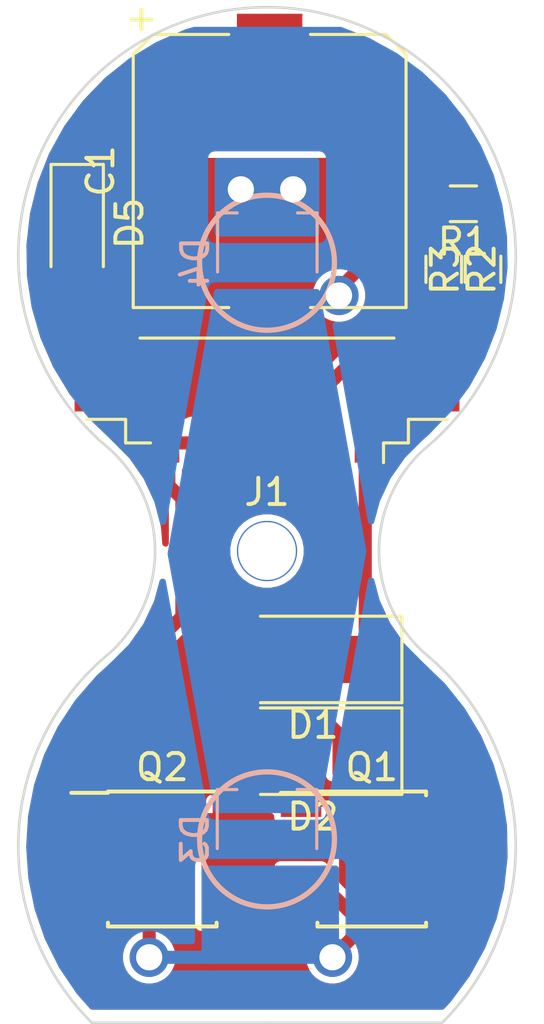
<source format=kicad_pcb>
(kicad_pcb (version 20171130) (host pcbnew "(6.0.0-rc1-dev-600-g9fbc308d1)")

  (general
    (thickness 1.6)
    (drawings 9)
    (tracks 70)
    (zones 0)
    (modules 12)
    (nets 12)
  )

  (page A4)
  (layers
    (0 F.Cu signal)
    (31 B.Cu signal)
    (32 B.Adhes user)
    (33 F.Adhes user)
    (34 B.Paste user)
    (35 F.Paste user)
    (36 B.SilkS user)
    (37 F.SilkS user)
    (38 B.Mask user)
    (39 F.Mask user)
    (40 Dwgs.User user)
    (41 Cmts.User user)
    (42 Eco1.User user)
    (43 Eco2.User user)
    (44 Edge.Cuts user)
    (45 Margin user)
    (46 B.CrtYd user)
    (47 F.CrtYd user)
    (48 B.Fab user)
    (49 F.Fab user)
  )

  (setup
    (last_trace_width 0.25)
    (user_trace_width 0.25)
    (user_trace_width 0.5)
    (user_trace_width 1)
    (trace_clearance 0.2)
    (zone_clearance 0.25)
    (zone_45_only no)
    (trace_min 0.25)
    (via_size 0.8)
    (via_drill 0.4)
    (via_min_size 0.4)
    (via_min_drill 0.3)
    (user_via 1.5 1)
    (uvia_size 0.3)
    (uvia_drill 0.1)
    (uvias_allowed no)
    (uvia_min_size 0.2)
    (uvia_min_drill 0.1)
    (edge_width 0.1)
    (segment_width 0.15)
    (pcb_text_width 0.3)
    (pcb_text_size 1.5 1.5)
    (mod_edge_width 0.15)
    (mod_text_size 1 1)
    (mod_text_width 0.15)
    (pad_size 0.5 0.9)
    (pad_drill 0)
    (pad_to_mask_clearance 0)
    (solder_mask_min_width 0.25)
    (aux_axis_origin 148.5011 105.0036)
    (grid_origin 148.5011 105.0036)
    (visible_elements FFFFFF7F)
    (pcbplotparams
      (layerselection 0x3ffff_ffffffff)
      (usegerberextensions true)
      (usegerberattributes false)
      (usegerberadvancedattributes false)
      (creategerberjobfile false)
      (excludeedgelayer true)
      (linewidth 0.100000)
      (plotframeref false)
      (viasonmask false)
      (mode 1)
      (useauxorigin true)
      (hpglpennumber 1)
      (hpglpenspeed 20)
      (hpglpendiameter 15.000000)
      (psnegative false)
      (psa4output false)
      (plotreference true)
      (plotvalue true)
      (plotinvisibletext false)
      (padsonsilk false)
      (subtractmaskfromsilk false)
      (outputformat 1)
      (mirror false)
      (drillshape 0)
      (scaleselection 1)
      (outputdirectory "gerber"))
  )

  (net 0 "")
  (net 1 /Radiator_1)
  (net 2 "Net-(D3-Pad1)")
  (net 3 /Radiator_2)
  (net 4 "Net-(D1-Pad2)")
  (net 5 /AC+)
  (net 6 /AC-)
  (net 7 GND)
  (net 8 +6V)
  (net 9 "Net-(C1-Pad1)")
  (net 10 "Net-(D5-Pad1)")
  (net 11 /LED_MIDDLE)

  (net_class Default "This is the default net class."
    (clearance 0.2)
    (trace_width 0.25)
    (via_dia 0.8)
    (via_drill 0.4)
    (uvia_dia 0.3)
    (uvia_drill 0.1)
    (add_net +6V)
    (add_net /AC+)
    (add_net /AC-)
    (add_net /LED_MIDDLE)
    (add_net /Radiator_1)
    (add_net /Radiator_2)
    (add_net GND)
    (add_net "Net-(C1-Pad1)")
    (add_net "Net-(D1-Pad2)")
    (add_net "Net-(D3-Pad1)")
    (add_net "Net-(D5-Pad1)")
  )

  (module Capacitors_SMD:CP_Elec_10x10.5 (layer F.Cu) (tedit 58AA917F) (tstamp 5B926CF4)
    (at 148.6011 90.5036 270)
    (descr "SMT capacitor, aluminium electrolytic, 10x10.5")
    (path /5B2393E4)
    (attr smd)
    (fp_text reference C1 (at 0 6.46 270) (layer F.SilkS)
      (effects (font (size 1 1) (thickness 0.15)))
    )
    (fp_text value CP1 (at 0 -6.46 270) (layer F.Fab)
      (effects (font (size 1 1) (thickness 0.15)))
    )
    (fp_line (start 6.25 5.3) (end -6.25 5.3) (layer F.CrtYd) (width 0.05))
    (fp_line (start 6.25 5.3) (end 6.25 -5.31) (layer F.CrtYd) (width 0.05))
    (fp_line (start -6.25 -5.31) (end -6.25 5.3) (layer F.CrtYd) (width 0.05))
    (fp_line (start -6.25 -5.31) (end 6.25 -5.31) (layer F.CrtYd) (width 0.05))
    (fp_line (start -4.45 -5.21) (end 5.21 -5.21) (layer F.SilkS) (width 0.12))
    (fp_line (start -5.21 -4.45) (end -4.45 -5.21) (layer F.SilkS) (width 0.12))
    (fp_line (start -4.45 5.21) (end -5.21 4.45) (layer F.SilkS) (width 0.12))
    (fp_line (start 5.21 5.21) (end -4.45 5.21) (layer F.SilkS) (width 0.12))
    (fp_line (start 5.05 -5.05) (end -4.38 -5.05) (layer F.Fab) (width 0.1))
    (fp_line (start -4.38 -5.05) (end -5.05 -4.38) (layer F.Fab) (width 0.1))
    (fp_line (start -5.05 -4.38) (end -5.05 4.38) (layer F.Fab) (width 0.1))
    (fp_line (start -5.05 4.38) (end -4.38 5.05) (layer F.Fab) (width 0.1))
    (fp_line (start -4.38 5.05) (end 5.05 5.05) (layer F.Fab) (width 0.1))
    (fp_line (start 5.05 5.05) (end 5.05 -5.05) (layer F.Fab) (width 0.1))
    (fp_line (start 5.21 -5.21) (end 5.21 -1.56) (layer F.SilkS) (width 0.12))
    (fp_line (start 5.21 5.21) (end 5.21 1.56) (layer F.SilkS) (width 0.12))
    (fp_line (start -5.21 4.45) (end -5.21 1.56) (layer F.SilkS) (width 0.12))
    (fp_line (start -5.21 -4.45) (end -5.21 -1.56) (layer F.SilkS) (width 0.12))
    (fp_text user %R (at 0 6.46 270) (layer F.Fab)
      (effects (font (size 1 1) (thickness 0.15)))
    )
    (fp_text user + (at -5.78 4.97 270) (layer F.SilkS)
      (effects (font (size 1 1) (thickness 0.15)))
    )
    (fp_text user + (at -2.91 -0.08 270) (layer F.Fab)
      (effects (font (size 1 1) (thickness 0.15)))
    )
    (fp_circle (center 0 0) (end 0 5) (layer F.Fab) (width 0.1))
    (pad 2 smd rect (at 4 0 90) (size 4 2.5) (layers F.Cu F.Paste F.Mask)
      (net 7 GND))
    (pad 1 smd rect (at -4 0 90) (size 4 2.5) (layers F.Cu F.Paste F.Mask)
      (net 9 "Net-(C1-Pad1)"))
    (model ${KISYS3DMOD}/Capacitor_SMD.3dshapes/CP_Elec_10x10.5.step
      (at (xyz 0 0 0))
      (scale (xyz 1 1 1))
      (rotate (xyz 0 0 0))
    )
  )

  (module Diodes_SMD:D_SOD-123 (layer F.Cu) (tedit 58645DC7) (tstamp 5B704741)
    (at 141.2511 92.5036 270)
    (descr SOD-123)
    (tags SOD-123)
    (path /5B713180)
    (attr smd)
    (fp_text reference D5 (at 0 -2 270) (layer F.SilkS)
      (effects (font (size 1 1) (thickness 0.15)))
    )
    (fp_text value D_Schottky (at 0 2.1 270) (layer F.Fab)
      (effects (font (size 1 1) (thickness 0.15)))
    )
    (fp_text user %R (at 0 -2.000001 270) (layer F.Fab)
      (effects (font (size 1 1) (thickness 0.15)))
    )
    (fp_line (start -2.25 -1) (end -2.25 1) (layer F.SilkS) (width 0.12))
    (fp_line (start 0.25 0) (end 0.75 0) (layer F.Fab) (width 0.1))
    (fp_line (start 0.25 0.4) (end -0.349999 0) (layer F.Fab) (width 0.1))
    (fp_line (start 0.25 -0.4) (end 0.25 0.4) (layer F.Fab) (width 0.1))
    (fp_line (start -0.349999 0) (end 0.25 -0.4) (layer F.Fab) (width 0.1))
    (fp_line (start -0.349999 0) (end -0.35 0.55) (layer F.Fab) (width 0.1))
    (fp_line (start -0.349999 0) (end -0.35 -0.55) (layer F.Fab) (width 0.1))
    (fp_line (start -0.75 0) (end -0.349999 0) (layer F.Fab) (width 0.1))
    (fp_line (start -1.4 0.900001) (end -1.4 -0.900001) (layer F.Fab) (width 0.1))
    (fp_line (start 1.4 0.900001) (end -1.4 0.900001) (layer F.Fab) (width 0.1))
    (fp_line (start 1.4 -0.900001) (end 1.4 0.900001) (layer F.Fab) (width 0.1))
    (fp_line (start -1.4 -0.900001) (end 1.4 -0.900001) (layer F.Fab) (width 0.1))
    (fp_line (start -2.35 -1.15) (end 2.35 -1.15) (layer F.CrtYd) (width 0.05))
    (fp_line (start 2.35 -1.15) (end 2.35 1.15) (layer F.CrtYd) (width 0.05))
    (fp_line (start 2.35 1.15) (end -2.35 1.15) (layer F.CrtYd) (width 0.05))
    (fp_line (start -2.35 -1.15) (end -2.35 1.15) (layer F.CrtYd) (width 0.05))
    (fp_line (start -2.25 1) (end 1.65 1) (layer F.SilkS) (width 0.12))
    (fp_line (start -2.25 -1) (end 1.65 -1) (layer F.SilkS) (width 0.12))
    (pad 1 smd rect (at -1.65 0 270) (size 0.9 1.2) (layers F.Cu F.Paste F.Mask)
      (net 10 "Net-(D5-Pad1)"))
    (pad 2 smd rect (at 1.65 0 270) (size 0.9 1.2) (layers F.Cu F.Paste F.Mask)
      (net 8 +6V))
    (model ${KISYS3DMOD}/Diode_SMD.3dshapes/D_SOD-123.step
      (at (xyz 0 0 0))
      (scale (xyz 1 1 1))
      (rotate (xyz 0 0 0))
    )
  )

  (module Resistors_SMD:R_0603 (layer F.Cu) (tedit 58E0A804) (tstamp 5B704637)
    (at 156.0011 91.7536 180)
    (descr "Resistor SMD 0603, reflow soldering, Vishay (see dcrcw.pdf)")
    (tags "resistor 0603")
    (path /5B71302F)
    (attr smd)
    (fp_text reference R1 (at 0 -1.45 180) (layer F.SilkS)
      (effects (font (size 1 1) (thickness 0.15)))
    )
    (fp_text value 39 (at 0 1.5 180) (layer F.Fab)
      (effects (font (size 1 1) (thickness 0.15)))
    )
    (fp_text user %R (at 0 0 180) (layer F.Fab)
      (effects (font (size 0.4 0.4) (thickness 0.075)))
    )
    (fp_line (start -0.8 0.4) (end -0.8 -0.4) (layer F.Fab) (width 0.1))
    (fp_line (start 0.8 0.4) (end -0.8 0.4) (layer F.Fab) (width 0.1))
    (fp_line (start 0.8 -0.4) (end 0.8 0.4) (layer F.Fab) (width 0.1))
    (fp_line (start -0.8 -0.4) (end 0.8 -0.4) (layer F.Fab) (width 0.1))
    (fp_line (start 0.5 0.68) (end -0.5 0.68) (layer F.SilkS) (width 0.12))
    (fp_line (start -0.5 -0.68) (end 0.5 -0.68) (layer F.SilkS) (width 0.12))
    (fp_line (start -1.25 -0.7) (end 1.25 -0.7) (layer F.CrtYd) (width 0.05))
    (fp_line (start -1.25 -0.7) (end -1.25 0.7) (layer F.CrtYd) (width 0.05))
    (fp_line (start 1.25 0.7) (end 1.25 -0.7) (layer F.CrtYd) (width 0.05))
    (fp_line (start 1.25 0.7) (end -1.25 0.7) (layer F.CrtYd) (width 0.05))
    (pad 1 smd rect (at -0.75 0 180) (size 0.5 0.9) (layers F.Cu F.Paste F.Mask)
      (net 9 "Net-(C1-Pad1)"))
    (pad 2 smd rect (at 0.75 0 180) (size 0.5 0.9) (layers F.Cu F.Paste F.Mask)
      (net 2 "Net-(D3-Pad1)"))
    (model ${KISYS3DMOD}/Resistor_SMD.3dshapes/R_0603_1608Metric.step
      (at (xyz 0 0 0))
      (scale (xyz 1 1 1))
      (rotate (xyz 0 0 0))
    )
  )

  (module Resistors_SMD:R_0603 (layer F.Cu) (tedit 58E0A804) (tstamp 5B704648)
    (at 155.2511 94.2536 270)
    (descr "Resistor SMD 0603, reflow soldering, Vishay (see dcrcw.pdf)")
    (tags "resistor 0603")
    (path /5B7130EC)
    (attr smd)
    (fp_text reference R2 (at 0 -1.45 270) (layer F.SilkS)
      (effects (font (size 1 1) (thickness 0.15)))
    )
    (fp_text value 22 (at 0 1.5 270) (layer F.Fab)
      (effects (font (size 1 1) (thickness 0.15)))
    )
    (fp_line (start 1.25 0.7) (end -1.25 0.7) (layer F.CrtYd) (width 0.05))
    (fp_line (start 1.25 0.7) (end 1.25 -0.7) (layer F.CrtYd) (width 0.05))
    (fp_line (start -1.25 -0.7) (end -1.25 0.7) (layer F.CrtYd) (width 0.05))
    (fp_line (start -1.25 -0.7) (end 1.25 -0.7) (layer F.CrtYd) (width 0.05))
    (fp_line (start -0.5 -0.68) (end 0.5 -0.68) (layer F.SilkS) (width 0.12))
    (fp_line (start 0.5 0.68) (end -0.5 0.68) (layer F.SilkS) (width 0.12))
    (fp_line (start -0.8 -0.4) (end 0.8 -0.4) (layer F.Fab) (width 0.1))
    (fp_line (start 0.8 -0.4) (end 0.8 0.4) (layer F.Fab) (width 0.1))
    (fp_line (start 0.8 0.4) (end -0.8 0.4) (layer F.Fab) (width 0.1))
    (fp_line (start -0.8 0.4) (end -0.8 -0.4) (layer F.Fab) (width 0.1))
    (fp_text user %R (at 0 0 270) (layer F.Fab)
      (effects (font (size 0.4 0.4) (thickness 0.075)))
    )
    (pad 2 smd rect (at 0.75 0 270) (size 0.5 0.9) (layers F.Cu F.Paste F.Mask)
      (net 10 "Net-(D5-Pad1)"))
    (pad 1 smd rect (at -0.75 0 270) (size 0.5 0.9) (layers F.Cu F.Paste F.Mask)
      (net 9 "Net-(C1-Pad1)"))
    (model ${KISYS3DMOD}/Resistor_SMD.3dshapes/R_0603_1608Metric.step
      (at (xyz 0 0 0))
      (scale (xyz 1 1 1))
      (rotate (xyz 0 0 0))
    )
  )

  (module Resistors_SMD:R_0603 (layer F.Cu) (tedit 58E0A804) (tstamp 5B71BDD4)
    (at 156.7511 94.2536 90)
    (descr "Resistor SMD 0603, reflow soldering, Vishay (see dcrcw.pdf)")
    (tags "resistor 0603")
    (path /5B71FA36)
    (attr smd)
    (fp_text reference R3 (at 0 -1.45 90) (layer F.SilkS)
      (effects (font (size 1 1) (thickness 0.15)))
    )
    (fp_text value 220 (at 0 1.5 90) (layer F.Fab)
      (effects (font (size 1 1) (thickness 0.15)))
    )
    (fp_text user %R (at 0 0 90) (layer F.Fab)
      (effects (font (size 0.4 0.4) (thickness 0.075)))
    )
    (fp_line (start -0.8 0.4) (end -0.8 -0.4) (layer F.Fab) (width 0.1))
    (fp_line (start 0.8 0.4) (end -0.8 0.4) (layer F.Fab) (width 0.1))
    (fp_line (start 0.8 -0.4) (end 0.8 0.4) (layer F.Fab) (width 0.1))
    (fp_line (start -0.8 -0.4) (end 0.8 -0.4) (layer F.Fab) (width 0.1))
    (fp_line (start 0.5 0.68) (end -0.5 0.68) (layer F.SilkS) (width 0.12))
    (fp_line (start -0.5 -0.68) (end 0.5 -0.68) (layer F.SilkS) (width 0.12))
    (fp_line (start -1.25 -0.7) (end 1.25 -0.7) (layer F.CrtYd) (width 0.05))
    (fp_line (start -1.25 -0.7) (end -1.25 0.7) (layer F.CrtYd) (width 0.05))
    (fp_line (start 1.25 0.7) (end 1.25 -0.7) (layer F.CrtYd) (width 0.05))
    (fp_line (start 1.25 0.7) (end -1.25 0.7) (layer F.CrtYd) (width 0.05))
    (pad 1 smd rect (at -0.75 0 90) (size 0.5 0.9) (layers F.Cu F.Paste F.Mask)
      (net 11 /LED_MIDDLE))
    (pad 2 smd rect (at 0.75 0 90) (size 0.5 0.9) (layers F.Cu F.Paste F.Mask)
      (net 9 "Net-(C1-Pad1)"))
    (model ${KISYS3DMOD}/Resistor_SMD.3dshapes/R_0603_1608Metric.step
      (at (xyz 0 0 0))
      (scale (xyz 1 1 1))
      (rotate (xyz 0 0 0))
    )
  )

  (module Connectors_Molex:Molex_PicoBlade_53398-0771_07x1.25mm_Straight (layer F.Cu) (tedit 58A3B79E) (tstamp 5B71C953)
    (at 148.5011 99.5036 180)
    (descr "Molex PicoBlade, single row, top entry type, surface mount, PN:53398-0771")
    (tags "connector molex picoblade smt")
    (path /5B727C8E)
    (attr smd)
    (fp_text reference J1 (at 0 -3.25 180) (layer F.SilkS)
      (effects (font (size 1 1) (thickness 0.15)))
    )
    (fp_text value Conn_01x07_Male (at 0 4.25 180) (layer F.Fab)
      (effects (font (size 1 1) (thickness 0.15)))
    )
    (fp_text user %R (at 0 1.5 180) (layer F.Fab)
      (effects (font (size 1 1) (thickness 0.15)))
    )
    (fp_line (start -7.9 3.5) (end 0 3.5) (layer F.CrtYd) (width 0.05))
    (fp_line (start -7.9 -0.9) (end -7.9 3.5) (layer F.CrtYd) (width 0.05))
    (fp_line (start -5.8 -0.9) (end -7.9 -0.9) (layer F.CrtYd) (width 0.05))
    (fp_line (start -5.8 -2.7) (end -5.8 -0.9) (layer F.CrtYd) (width 0.05))
    (fp_line (start 0 -2.7) (end -5.8 -2.7) (layer F.CrtYd) (width 0.05))
    (fp_line (start 7.9 3.5) (end 0 3.5) (layer F.CrtYd) (width 0.05))
    (fp_line (start 7.9 -0.9) (end 7.9 3.5) (layer F.CrtYd) (width 0.05))
    (fp_line (start 5.8 -0.9) (end 7.9 -0.9) (layer F.CrtYd) (width 0.05))
    (fp_line (start 5.8 -2.7) (end 5.8 -0.9) (layer F.CrtYd) (width 0.05))
    (fp_line (start 0 -2.7) (end 5.8 -2.7) (layer F.CrtYd) (width 0.05))
    (fp_line (start -3.35 -1.225) (end -4.15 -1.225) (layer F.Fab) (width 0.1))
    (fp_line (start -3.75 -0.425) (end -3.35 -1.225) (layer F.Fab) (width 0.1))
    (fp_line (start -4.15 -1.225) (end -3.75 -0.425) (layer F.Fab) (width 0.1))
    (fp_line (start -4.45 -1.375) (end -4.45 -2.125) (layer F.SilkS) (width 0.12))
    (fp_line (start -4.85 2.625) (end 4.85 2.625) (layer F.SilkS) (width 0.12))
    (fp_line (start -5.4 -0.475) (end -6.9 -0.475) (layer F.SilkS) (width 0.12))
    (fp_line (start -5.4 -1.375) (end -5.4 -0.475) (layer F.SilkS) (width 0.12))
    (fp_line (start -4.45 -1.375) (end -5.4 -1.375) (layer F.SilkS) (width 0.12))
    (fp_line (start 5.4 -0.475) (end 6.9 -0.475) (layer F.SilkS) (width 0.12))
    (fp_line (start 5.4 -1.375) (end 5.4 -0.475) (layer F.SilkS) (width 0.12))
    (fp_line (start 4.45 -1.375) (end 5.4 -1.375) (layer F.SilkS) (width 0.12))
    (fp_line (start -6.75 -0.325) (end -5.25 -0.325) (layer F.Fab) (width 0.1))
    (fp_line (start -6.75 2.475) (end -6.75 -0.325) (layer F.Fab) (width 0.1))
    (fp_line (start -5.25 2.475) (end -6.75 2.475) (layer F.Fab) (width 0.1))
    (fp_line (start 6.75 -0.325) (end 5.25 -0.325) (layer F.Fab) (width 0.1))
    (fp_line (start 6.75 2.475) (end 6.75 -0.325) (layer F.Fab) (width 0.1))
    (fp_line (start 5.25 2.475) (end 6.75 2.475) (layer F.Fab) (width 0.1))
    (fp_line (start 5.25 -1.225) (end -5.25 -1.225) (layer F.Fab) (width 0.1))
    (fp_line (start 5.25 2.475) (end 5.25 -1.225) (layer F.Fab) (width 0.1))
    (fp_line (start -5.25 2.475) (end 5.25 2.475) (layer F.Fab) (width 0.1))
    (fp_line (start -5.25 -1.225) (end -5.25 2.475) (layer F.Fab) (width 0.1))
    (pad "" smd rect (at 6.25 1.375 180) (size 2.2 3.1) (layers F.Cu F.Paste F.Mask))
    (pad "" smd rect (at -6.25 1.375 180) (size 2.2 3.1) (layers F.Cu F.Paste F.Mask))
    (pad 7 smd rect (at 3.75 -1.375 180) (size 0.8 1.5) (layers F.Cu F.Paste F.Mask)
      (net 8 +6V))
    (pad 6 smd rect (at 2.5 -1.375 180) (size 0.8 1.5) (layers F.Cu F.Paste F.Mask)
      (net 8 +6V))
    (pad 5 smd rect (at 1.25 -1.375 180) (size 0.8 1.5) (layers F.Cu F.Paste F.Mask)
      (net 7 GND))
    (pad 4 smd rect (at 0 -1.375 180) (size 0.8 1.5) (layers F.Cu F.Paste F.Mask)
      (net 7 GND))
    (pad 3 smd rect (at -1.25 -1.375 180) (size 0.8 1.5) (layers F.Cu F.Paste F.Mask)
      (net 11 /LED_MIDDLE))
    (pad 2 smd rect (at -2.5 -1.375 180) (size 0.8 1.5) (layers F.Cu F.Paste F.Mask)
      (net 6 /AC-))
    (pad 1 smd rect (at -3.75 -1.375 180) (size 0.8 1.5) (layers F.Cu F.Paste F.Mask)
      (net 5 /AC+))
    (model ${KISYS3DMOD}/Connector_Molex.3dshapes/Molex_PicoBlade_53398-0771_1x07-1MP_P1.25mm_Vertical.step
      (at (xyz 0 0 0))
      (scale (xyz 1 1 1))
      (rotate (xyz 0 0 0))
    )
  )

  (module Diodes_SMD:D_SMA (layer F.Cu) (tedit 586432E5) (tstamp 5BA906EC)
    (at 150.252562 112.639519 180)
    (descr "Diode SMA (DO-214AC)")
    (tags "Diode SMA (DO-214AC)")
    (path /5A85E535)
    (attr smd)
    (fp_text reference D2 (at 0 -2.5 180) (layer F.SilkS)
      (effects (font (size 1 1) (thickness 0.15)))
    )
    (fp_text value 4V7 (at 0 2.6 180) (layer F.Fab)
      (effects (font (size 1 1) (thickness 0.15)))
    )
    (fp_line (start -3.4 -1.65) (end 2 -1.65) (layer F.SilkS) (width 0.12))
    (fp_line (start -3.4 1.65) (end 2 1.65) (layer F.SilkS) (width 0.12))
    (fp_line (start -0.64944 0.00102) (end 0.50118 -0.79908) (layer F.Fab) (width 0.1))
    (fp_line (start -0.64944 0.00102) (end 0.50118 0.75032) (layer F.Fab) (width 0.1))
    (fp_line (start 0.50118 0.75032) (end 0.50118 -0.79908) (layer F.Fab) (width 0.1))
    (fp_line (start -0.64944 -0.79908) (end -0.64944 0.80112) (layer F.Fab) (width 0.1))
    (fp_line (start 0.50118 0.00102) (end 1.4994 0.00102) (layer F.Fab) (width 0.1))
    (fp_line (start -0.64944 0.00102) (end -1.55114 0.00102) (layer F.Fab) (width 0.1))
    (fp_line (start -3.5 1.75) (end -3.5 -1.75) (layer F.CrtYd) (width 0.05))
    (fp_line (start 3.5 1.75) (end -3.5 1.75) (layer F.CrtYd) (width 0.05))
    (fp_line (start 3.5 -1.75) (end 3.5 1.75) (layer F.CrtYd) (width 0.05))
    (fp_line (start -3.5 -1.75) (end 3.5 -1.75) (layer F.CrtYd) (width 0.05))
    (fp_line (start 2.3 -1.5) (end -2.3 -1.5) (layer F.Fab) (width 0.1))
    (fp_line (start 2.3 -1.5) (end 2.3 1.5) (layer F.Fab) (width 0.1))
    (fp_line (start -2.3 1.5) (end -2.3 -1.5) (layer F.Fab) (width 0.1))
    (fp_line (start 2.3 1.5) (end -2.3 1.5) (layer F.Fab) (width 0.1))
    (fp_line (start -3.4 -1.65) (end -3.4 1.65) (layer F.SilkS) (width 0.12))
    (fp_text user %R (at 0 -2.5 180) (layer F.Fab)
      (effects (font (size 1 1) (thickness 0.15)))
    )
    (pad 2 smd rect (at 2 0 180) (size 2.5 1.8) (layers F.Cu F.Paste F.Mask)
      (net 4 "Net-(D1-Pad2)"))
    (pad 1 smd rect (at -2 0 180) (size 2.5 1.8) (layers F.Cu F.Paste F.Mask)
      (net 6 /AC-))
    (model ${KISYS3DMOD}/Diode_SMD.3dshapes/D_SMA.step
      (at (xyz 0 0 0))
      (scale (xyz 1 1 1))
      (rotate (xyz 0 0 0))
    )
  )

  (module Diodes_SMD:D_SMA (layer F.Cu) (tedit 586432E5) (tstamp 5BA906A7)
    (at 150.252562 109.139519 180)
    (descr "Diode SMA (DO-214AC)")
    (tags "Diode SMA (DO-214AC)")
    (path /5A85E236)
    (attr smd)
    (fp_text reference D1 (at 0 -2.5 180) (layer F.SilkS)
      (effects (font (size 1 1) (thickness 0.15)))
    )
    (fp_text value 4V7 (at 0 2.6 180) (layer F.Fab)
      (effects (font (size 1 1) (thickness 0.15)))
    )
    (fp_text user %R (at 0 -2.5 180) (layer F.Fab)
      (effects (font (size 1 1) (thickness 0.15)))
    )
    (fp_line (start -3.4 -1.65) (end -3.4 1.65) (layer F.SilkS) (width 0.12))
    (fp_line (start 2.3 1.5) (end -2.3 1.5) (layer F.Fab) (width 0.1))
    (fp_line (start -2.3 1.5) (end -2.3 -1.5) (layer F.Fab) (width 0.1))
    (fp_line (start 2.3 -1.5) (end 2.3 1.5) (layer F.Fab) (width 0.1))
    (fp_line (start 2.3 -1.5) (end -2.3 -1.5) (layer F.Fab) (width 0.1))
    (fp_line (start -3.5 -1.75) (end 3.5 -1.75) (layer F.CrtYd) (width 0.05))
    (fp_line (start 3.5 -1.75) (end 3.5 1.75) (layer F.CrtYd) (width 0.05))
    (fp_line (start 3.5 1.75) (end -3.5 1.75) (layer F.CrtYd) (width 0.05))
    (fp_line (start -3.5 1.75) (end -3.5 -1.75) (layer F.CrtYd) (width 0.05))
    (fp_line (start -0.64944 0.00102) (end -1.55114 0.00102) (layer F.Fab) (width 0.1))
    (fp_line (start 0.50118 0.00102) (end 1.4994 0.00102) (layer F.Fab) (width 0.1))
    (fp_line (start -0.64944 -0.79908) (end -0.64944 0.80112) (layer F.Fab) (width 0.1))
    (fp_line (start 0.50118 0.75032) (end 0.50118 -0.79908) (layer F.Fab) (width 0.1))
    (fp_line (start -0.64944 0.00102) (end 0.50118 0.75032) (layer F.Fab) (width 0.1))
    (fp_line (start -0.64944 0.00102) (end 0.50118 -0.79908) (layer F.Fab) (width 0.1))
    (fp_line (start -3.4 1.65) (end 2 1.65) (layer F.SilkS) (width 0.12))
    (fp_line (start -3.4 -1.65) (end 2 -1.65) (layer F.SilkS) (width 0.12))
    (pad 1 smd rect (at -2 0 180) (size 2.5 1.8) (layers F.Cu F.Paste F.Mask)
      (net 5 /AC+))
    (pad 2 smd rect (at 2 0 180) (size 2.5 1.8) (layers F.Cu F.Paste F.Mask)
      (net 4 "Net-(D1-Pad2)"))
    (model ${KISYS3DMOD}/Diode_SMD.3dshapes/D_SMA.step
      (at (xyz 0 0 0))
      (scale (xyz 1 1 1))
      (rotate (xyz 0 0 0))
    )
  )

  (module Housings_SOIC:SOIC-8_3.9x4.9mm_Pitch1.27mm (layer F.Cu) (tedit 58CD0CDA) (tstamp 5A9E9BC0)
    (at 144.5011 116.7536)
    (descr "8-Lead Plastic Small Outline (SN) - Narrow, 3.90 mm Body [SOIC] (see Microchip Packaging Specification 00000049BS.pdf)")
    (tags "SOIC 1.27")
    (path /5A8449DF)
    (attr smd)
    (fp_text reference Q2 (at 0 -3.5) (layer F.SilkS)
      (effects (font (size 1 1) (thickness 0.15)))
    )
    (fp_text value IRF7343PBF (at 0 3.5) (layer F.Fab)
      (effects (font (size 1 1) (thickness 0.15)))
    )
    (fp_text user %R (at 0 0) (layer F.Fab)
      (effects (font (size 1 1) (thickness 0.15)))
    )
    (fp_line (start -0.95 -2.45) (end 1.95 -2.45) (layer F.Fab) (width 0.1))
    (fp_line (start 1.95 -2.45) (end 1.95 2.45) (layer F.Fab) (width 0.1))
    (fp_line (start 1.95 2.45) (end -1.95 2.45) (layer F.Fab) (width 0.1))
    (fp_line (start -1.95 2.45) (end -1.95 -1.45) (layer F.Fab) (width 0.1))
    (fp_line (start -1.95 -1.45) (end -0.95 -2.45) (layer F.Fab) (width 0.1))
    (fp_line (start -3.73 -2.7) (end -3.73 2.7) (layer F.CrtYd) (width 0.05))
    (fp_line (start 3.73 -2.7) (end 3.73 2.7) (layer F.CrtYd) (width 0.05))
    (fp_line (start -3.73 -2.7) (end 3.73 -2.7) (layer F.CrtYd) (width 0.05))
    (fp_line (start -3.73 2.7) (end 3.73 2.7) (layer F.CrtYd) (width 0.05))
    (fp_line (start -2.075 -2.575) (end -2.075 -2.525) (layer F.SilkS) (width 0.15))
    (fp_line (start 2.075 -2.575) (end 2.075 -2.43) (layer F.SilkS) (width 0.15))
    (fp_line (start 2.075 2.575) (end 2.075 2.43) (layer F.SilkS) (width 0.15))
    (fp_line (start -2.075 2.575) (end -2.075 2.43) (layer F.SilkS) (width 0.15))
    (fp_line (start -2.075 -2.575) (end 2.075 -2.575) (layer F.SilkS) (width 0.15))
    (fp_line (start -2.075 2.575) (end 2.075 2.575) (layer F.SilkS) (width 0.15))
    (fp_line (start -2.075 -2.525) (end -3.475 -2.525) (layer F.SilkS) (width 0.15))
    (pad 1 smd rect (at -2.7 -1.905) (size 1.55 0.6) (layers F.Cu F.Paste F.Mask)
      (net 7 GND))
    (pad 2 smd rect (at -2.7 -0.635) (size 1.55 0.6) (layers F.Cu F.Paste F.Mask)
      (net 5 /AC+))
    (pad 3 smd rect (at -2.7 0.635) (size 1.55 0.6) (layers F.Cu F.Paste F.Mask)
      (net 8 +6V))
    (pad 4 smd rect (at -2.7 1.905) (size 1.55 0.6) (layers F.Cu F.Paste F.Mask)
      (net 5 /AC+))
    (pad 5 smd rect (at 2.7 1.905) (size 1.55 0.6) (layers F.Cu F.Paste F.Mask)
      (net 6 /AC-))
    (pad 6 smd rect (at 2.7 0.635) (size 1.55 0.6) (layers F.Cu F.Paste F.Mask)
      (net 6 /AC-))
    (pad 7 smd rect (at 2.7 -0.635) (size 1.55 0.6) (layers F.Cu F.Paste F.Mask)
      (net 6 /AC-))
    (pad 8 smd rect (at 2.7 -1.905) (size 1.55 0.6) (layers F.Cu F.Paste F.Mask)
      (net 6 /AC-))
    (model ${KISYS3DMOD}/Package_SO.3dshapes/SOIC-8_3.9x4.9mm_P1.27mm.step
      (at (xyz 0 0 0))
      (scale (xyz 1 1 1))
      (rotate (xyz 0 0 0))
    )
  )

  (module Housings_SOIC:SOIC-8_3.9x4.9mm_Pitch1.27mm (layer F.Cu) (tedit 58CD0CDA) (tstamp 5A9EA7F6)
    (at 152.5011 116.7536)
    (descr "8-Lead Plastic Small Outline (SN) - Narrow, 3.90 mm Body [SOIC] (see Microchip Packaging Specification 00000049BS.pdf)")
    (tags "SOIC 1.27")
    (path /5A8447B0)
    (attr smd)
    (fp_text reference Q1 (at 0 -3.5) (layer F.SilkS)
      (effects (font (size 1 1) (thickness 0.15)))
    )
    (fp_text value IRF7343PBF (at 0 3.5) (layer F.Fab)
      (effects (font (size 1 1) (thickness 0.15)))
    )
    (fp_text user %R (at 0 0) (layer F.Fab)
      (effects (font (size 1 1) (thickness 0.15)))
    )
    (fp_line (start -0.95 -2.45) (end 1.95 -2.45) (layer F.Fab) (width 0.1))
    (fp_line (start 1.95 -2.45) (end 1.95 2.45) (layer F.Fab) (width 0.1))
    (fp_line (start 1.95 2.45) (end -1.95 2.45) (layer F.Fab) (width 0.1))
    (fp_line (start -1.95 2.45) (end -1.95 -1.45) (layer F.Fab) (width 0.1))
    (fp_line (start -1.95 -1.45) (end -0.95 -2.45) (layer F.Fab) (width 0.1))
    (fp_line (start -3.73 -2.7) (end -3.73 2.7) (layer F.CrtYd) (width 0.05))
    (fp_line (start 3.73 -2.7) (end 3.73 2.7) (layer F.CrtYd) (width 0.05))
    (fp_line (start -3.73 -2.7) (end 3.73 -2.7) (layer F.CrtYd) (width 0.05))
    (fp_line (start -3.73 2.7) (end 3.73 2.7) (layer F.CrtYd) (width 0.05))
    (fp_line (start -2.075 -2.575) (end -2.075 -2.525) (layer F.SilkS) (width 0.15))
    (fp_line (start 2.075 -2.575) (end 2.075 -2.43) (layer F.SilkS) (width 0.15))
    (fp_line (start 2.075 2.575) (end 2.075 2.43) (layer F.SilkS) (width 0.15))
    (fp_line (start -2.075 2.575) (end -2.075 2.43) (layer F.SilkS) (width 0.15))
    (fp_line (start -2.075 -2.575) (end 2.075 -2.575) (layer F.SilkS) (width 0.15))
    (fp_line (start -2.075 2.575) (end 2.075 2.575) (layer F.SilkS) (width 0.15))
    (fp_line (start -2.075 -2.525) (end -3.475 -2.525) (layer F.SilkS) (width 0.15))
    (pad 1 smd rect (at -2.7 -1.905) (size 1.55 0.6) (layers F.Cu F.Paste F.Mask)
      (net 7 GND))
    (pad 2 smd rect (at -2.7 -0.635) (size 1.55 0.6) (layers F.Cu F.Paste F.Mask)
      (net 6 /AC-))
    (pad 3 smd rect (at -2.7 0.635) (size 1.55 0.6) (layers F.Cu F.Paste F.Mask)
      (net 8 +6V))
    (pad 4 smd rect (at -2.7 1.905) (size 1.55 0.6) (layers F.Cu F.Paste F.Mask)
      (net 6 /AC-))
    (pad 5 smd rect (at 2.7 1.905) (size 1.55 0.6) (layers F.Cu F.Paste F.Mask)
      (net 5 /AC+))
    (pad 6 smd rect (at 2.7 0.635) (size 1.55 0.6) (layers F.Cu F.Paste F.Mask)
      (net 5 /AC+))
    (pad 7 smd rect (at 2.7 -0.635) (size 1.55 0.6) (layers F.Cu F.Paste F.Mask)
      (net 5 /AC+))
    (pad 8 smd rect (at 2.7 -1.905) (size 1.55 0.6) (layers F.Cu F.Paste F.Mask)
      (net 5 /AC+))
    (model ${KISYS3DMOD}/Package_SO.3dshapes/SOIC-8_3.9x4.9mm_P1.27mm.step
      (at (xyz 0 0 0))
      (scale (xyz 1 1 1))
      (rotate (xyz 0 0 0))
    )
  )

  (module LEDs:LED_Cree-XP (layer B.Cu) (tedit 57592A19) (tstamp 5A9E9B86)
    (at 148.513164 94.0036 270)
    (descr "LED Cree-XP http://www.cree.com/~/media/Files/Cree/LED-Components-and-Modules/XLamp/Data-and-Binning/XLampXPE2.pdf")
    (tags "LED Cree XP")
    (path /5A8B4CEB)
    (attr smd)
    (fp_text reference D4 (at 0 2.75 270) (layer B.SilkS)
      (effects (font (size 1 1) (thickness 0.15)) (justify mirror))
    )
    (fp_text value LED (at 0 -2.75 270) (layer B.Fab)
      (effects (font (size 1 1) (thickness 0.15)) (justify mirror))
    )
    (fp_line (start -0.5 0.5) (end -0.5 -0.5) (layer B.Fab) (width 0.1))
    (fp_line (start -0.5 0) (end 0.5 0.5) (layer B.Fab) (width 0.1))
    (fp_line (start 0.5 -0.5) (end -0.5 0) (layer B.Fab) (width 0.1))
    (fp_line (start 0.5 0.5) (end 0.5 -0.5) (layer B.Fab) (width 0.1))
    (fp_line (start -1.25 0) (end -0.5 0) (layer B.Fab) (width 0.1))
    (fp_line (start 1.25 0) (end 0.5 0) (layer B.Fab) (width 0.1))
    (fp_line (start -1.9 -1.9) (end -1.9 -1.15) (layer B.SilkS) (width 0.12))
    (fp_line (start 0.35 -1.9) (end -1.9 -1.9) (layer B.SilkS) (width 0.12))
    (fp_line (start -1.9 1.9) (end -1.9 1.15) (layer B.SilkS) (width 0.12))
    (fp_line (start 0.35 1.9) (end -1.9 1.9) (layer B.SilkS) (width 0.12))
    (fp_line (start -2 -2) (end -2 2) (layer B.CrtYd) (width 0.05))
    (fp_line (start 2 -2) (end -2 -2) (layer B.CrtYd) (width 0.05))
    (fp_line (start 2 2) (end 2 -2) (layer B.CrtYd) (width 0.05))
    (fp_line (start -2 2) (end 2 2) (layer B.CrtYd) (width 0.05))
    (fp_line (start -1.65 -1.65) (end -1.65 1.65) (layer B.Fab) (width 0.1))
    (fp_line (start 1.65 -1.65) (end -1.65 -1.65) (layer B.Fab) (width 0.1))
    (fp_line (start 1.65 1.65) (end 1.65 -1.65) (layer B.Fab) (width 0.1))
    (fp_line (start -1.65 1.65) (end 1.65 1.65) (layer B.Fab) (width 0.1))
    (fp_text user %R (at 0 0 270) (layer B.Fab)
      (effects (font (size 0.8 0.8) (thickness 0.08)) (justify mirror))
    )
    (pad 2 smd rect (at 1.4 0 270) (size 0.5 3.3) (layers B.Cu B.Paste B.Mask)
      (net 2 "Net-(D3-Pad1)"))
    (pad 1 smd rect (at -1.4 0 270) (size 0.5 3.3) (layers B.Cu B.Paste B.Mask)
      (net 7 GND))
    (pad 3 smd rect (at 0 0 270) (size 1.3 3.3) (layers B.Cu B.Mask)
      (net 3 /Radiator_2))
    (pad 3 smd rect (at 0 0 270) (size 1.01 0.75) (layers B.Paste)
      (net 3 /Radiator_2))
    (pad 3 smd rect (at 0 -1 270) (size 1.01 0.75) (layers B.Paste)
      (net 3 /Radiator_2))
    (pad 3 smd rect (at 0 1 270) (size 1.01 0.75) (layers B.Paste)
      (net 3 /Radiator_2))
    (model ${KIPRJMOD}/15019.stp
      (offset (xyz 1.4 0 0))
      (scale (xyz 1 1 1))
      (rotate (xyz 180 0 90))
    )
  )

  (module LEDs:LED_Cree-XP (layer B.Cu) (tedit 57592A19) (tstamp 5A9E9B69)
    (at 148.5011 116.0036 270)
    (descr "LED Cree-XP http://www.cree.com/~/media/Files/Cree/LED-Components-and-Modules/XLamp/Data-and-Binning/XLampXPE2.pdf")
    (tags "LED Cree XP")
    (path /5A875BD9)
    (attr smd)
    (fp_text reference D3 (at 0 2.75 270) (layer B.SilkS)
      (effects (font (size 1 1) (thickness 0.15)) (justify mirror))
    )
    (fp_text value LED (at 0 -2.75 270) (layer B.Fab)
      (effects (font (size 1 1) (thickness 0.15)) (justify mirror))
    )
    (fp_text user %R (at 0 0 270) (layer B.Fab)
      (effects (font (size 0.8 0.8) (thickness 0.08)) (justify mirror))
    )
    (fp_line (start -1.65 1.65) (end 1.65 1.65) (layer B.Fab) (width 0.1))
    (fp_line (start 1.65 1.65) (end 1.65 -1.65) (layer B.Fab) (width 0.1))
    (fp_line (start 1.65 -1.65) (end -1.65 -1.65) (layer B.Fab) (width 0.1))
    (fp_line (start -1.65 -1.65) (end -1.65 1.65) (layer B.Fab) (width 0.1))
    (fp_line (start -2 2) (end 2 2) (layer B.CrtYd) (width 0.05))
    (fp_line (start 2 2) (end 2 -2) (layer B.CrtYd) (width 0.05))
    (fp_line (start 2 -2) (end -2 -2) (layer B.CrtYd) (width 0.05))
    (fp_line (start -2 -2) (end -2 2) (layer B.CrtYd) (width 0.05))
    (fp_line (start 0.35 1.9) (end -1.9 1.9) (layer B.SilkS) (width 0.12))
    (fp_line (start -1.9 1.9) (end -1.9 1.15) (layer B.SilkS) (width 0.12))
    (fp_line (start 0.35 -1.9) (end -1.9 -1.9) (layer B.SilkS) (width 0.12))
    (fp_line (start -1.9 -1.9) (end -1.9 -1.15) (layer B.SilkS) (width 0.12))
    (fp_line (start 1.25 0) (end 0.5 0) (layer B.Fab) (width 0.1))
    (fp_line (start -1.25 0) (end -0.5 0) (layer B.Fab) (width 0.1))
    (fp_line (start 0.5 0.5) (end 0.5 -0.5) (layer B.Fab) (width 0.1))
    (fp_line (start 0.5 -0.5) (end -0.5 0) (layer B.Fab) (width 0.1))
    (fp_line (start -0.5 0) (end 0.5 0.5) (layer B.Fab) (width 0.1))
    (fp_line (start -0.5 0.5) (end -0.5 -0.5) (layer B.Fab) (width 0.1))
    (pad 3 smd rect (at 0 1 270) (size 1.01 0.75) (layers B.Paste)
      (net 1 /Radiator_1))
    (pad 3 smd rect (at 0 -1 270) (size 1.01 0.75) (layers B.Paste)
      (net 1 /Radiator_1))
    (pad 3 smd rect (at 0 0 270) (size 1.01 0.75) (layers B.Paste)
      (net 1 /Radiator_1))
    (pad 3 smd rect (at 0 0 270) (size 1.3 3.3) (layers B.Cu B.Mask)
      (net 1 /Radiator_1))
    (pad 1 smd rect (at -1.4 0 270) (size 0.5 3.3) (layers B.Cu B.Paste B.Mask)
      (net 2 "Net-(D3-Pad1)"))
    (pad 2 smd rect (at 1.4 0 270) (size 0.5 3.3) (layers B.Cu B.Paste B.Mask)
      (net 8 +6V))
    (model ${KIPRJMOD}/15019.stp
      (offset (xyz 1.4 0 0))
      (scale (xyz 1 1 1))
      (rotate (xyz 180 0 90))
    )
  )

  (gr_arc (start 148.5011 116.2536) (end 142.371882 108.995316) (angle -95.09852235) (layer Edge.Cuts) (width 0.1))
  (gr_arc (start 158.0011 105.0036) (end 154.630318 101.011884) (angle -99.64153216) (layer Edge.Cuts) (width 0.1))
  (gr_line (start 148.5011 123.0036) (end 141.816229 123.0036) (layer Edge.Cuts) (width 0.1))
  (gr_line (start 155.185971 123.0036) (end 148.5011 123.0036) (layer Edge.Cuts) (width 0.1))
  (gr_arc (start 139.0011 105.0036) (end 142.371882 108.995316) (angle -99.64153216) (layer Edge.Cuts) (width 0.1))
  (gr_arc (start 148.5011 116.2536) (end 155.185971 123.0036) (angle -95.09852235) (layer Edge.Cuts) (width 0.1))
  (gr_arc (start 148.5011 93.7536) (end 154.630318 101.011884) (angle -279.6415322) (layer Edge.Cuts) (width 0.1))
  (gr_circle (center 148.5011 94.0036) (end 151.0761 94.0036) (layer B.SilkS) (width 0.2) (tstamp 5A9E67FD))
  (gr_circle (center 148.5011 116.0036) (end 151.0761 116.0036) (layer B.SilkS) (width 0.2) (tstamp 5A9E67FA))

  (via (at 148.5011 105.0036) (size 2.3) (drill 2.2) (layers F.Cu B.Cu) (net 0))
  (via (at 151.251096 95.2536) (size 1.5) (drill 1) (layers F.Cu B.Cu) (net 2))
  (segment (start 148.513164 95.4036) (end 151.101096 95.4036) (width 0.5) (layer B.Cu) (net 2))
  (segment (start 151.101096 95.4036) (end 151.251096 95.2536) (width 0.5) (layer B.Cu) (net 2))
  (segment (start 151.251096 95.003604) (end 151.251096 95.2536) (width 0.5) (layer F.Cu) (net 2))
  (segment (start 155.2511 91.7536) (end 154.5011 91.7536) (width 0.5) (layer F.Cu) (net 2))
  (segment (start 154.5011 91.7536) (end 151.251096 95.003604) (width 0.5) (layer F.Cu) (net 2))
  (segment (start 148.252562 112.639519) (end 148.252562 109.139519) (width 0.5) (layer F.Cu) (net 4))
  (segment (start 152.602562 109.139519) (end 152.252562 109.139519) (width 0.5) (layer F.Cu) (net 5))
  (segment (start 155.2011 111.738057) (end 152.602562 109.139519) (width 0.5) (layer F.Cu) (net 5))
  (segment (start 155.2011 114.8486) (end 155.2011 111.738057) (width 0.5) (layer F.Cu) (net 5))
  (segment (start 152.252562 100.880062) (end 152.2511 100.8786) (width 0.5) (layer F.Cu) (net 5))
  (segment (start 152.252562 109.139519) (end 152.252562 100.880062) (width 0.5) (layer F.Cu) (net 5))
  (segment (start 150.5011 111.238057) (end 151.902562 112.639519) (width 0.5) (layer F.Cu) (net 6))
  (segment (start 150.5011 107.5036) (end 150.5011 111.238057) (width 0.5) (layer F.Cu) (net 6))
  (segment (start 151.902562 112.639519) (end 152.252562 112.639519) (width 0.5) (layer F.Cu) (net 6))
  (segment (start 151.0011 107.0036) (end 150.5011 107.5036) (width 0.5) (layer F.Cu) (net 6))
  (segment (start 151.0011 100.8786) (end 151.0011 107.0036) (width 0.5) (layer F.Cu) (net 6))
  (segment (start 152.252562 114.039519) (end 152.252562 112.639519) (width 0.5) (layer F.Cu) (net 6))
  (segment (start 152.252562 114.142138) (end 152.252562 114.039519) (width 0.5) (layer F.Cu) (net 6))
  (segment (start 150.2761 116.1186) (end 152.252562 114.142138) (width 0.5) (layer F.Cu) (net 6))
  (segment (start 149.8011 116.1186) (end 150.2761 116.1186) (width 0.5) (layer F.Cu) (net 6))
  (via (at 147.5011 91.2036) (size 1.5) (drill 1) (layers F.Cu B.Cu) (net 7))
  (via (at 149.5011 91.2036) (size 1.5) (drill 1) (layers F.Cu B.Cu) (net 7))
  (segment (start 140.576099 112.178601) (end 145.2511 107.5036) (width 0.5) (layer F.Cu) (net 8))
  (segment (start 145.2511 107.5036) (end 145.2511 103.0036) (width 0.5) (layer F.Cu) (net 8))
  (segment (start 141.8011 117.3886) (end 141.3261 117.3886) (width 0.5) (layer F.Cu) (net 8))
  (segment (start 140.576099 116.638599) (end 140.576099 112.178601) (width 0.5) (layer F.Cu) (net 8))
  (segment (start 141.3261 117.3886) (end 140.576099 116.638599) (width 0.5) (layer F.Cu) (net 8))
  (segment (start 144.7511 102.5036) (end 144.7511 100.8786) (width 0.5) (layer F.Cu) (net 8))
  (segment (start 145.2511 103.0036) (end 144.7511 102.5036) (width 0.5) (layer F.Cu) (net 8))
  (segment (start 144.7511 100.8786) (end 146.0011 100.8786) (width 0.5) (layer F.Cu) (net 8))
  (segment (start 142.3511 94.1536) (end 141.2511 94.1536) (width 0.5) (layer F.Cu) (net 8))
  (segment (start 144.7511 96.5536) (end 142.3511 94.1536) (width 0.5) (layer F.Cu) (net 8))
  (segment (start 144.7511 100.8786) (end 144.7511 96.5536) (width 0.5) (layer F.Cu) (net 8))
  (via (at 151.0011 120.5036) (size 1.5) (drill 1) (layers F.Cu B.Cu) (net 8))
  (segment (start 150.2761 117.3886) (end 151.751099 118.863599) (width 0.5) (layer F.Cu) (net 8))
  (segment (start 149.8011 117.3886) (end 150.2761 117.3886) (width 0.5) (layer F.Cu) (net 8))
  (segment (start 151.751099 118.863599) (end 151.751099 119.753601) (width 0.5) (layer F.Cu) (net 8))
  (segment (start 151.751099 119.753601) (end 151.0011 120.5036) (width 0.5) (layer F.Cu) (net 8))
  (segment (start 145.06176 120.5036) (end 144.0011 120.5036) (width 0.5) (layer B.Cu) (net 8))
  (segment (start 146.5011 120.5036) (end 145.06176 120.5036) (width 0.5) (layer B.Cu) (net 8))
  (segment (start 144.0011 119.44294) (end 144.0011 120.5036) (width 0.5) (layer F.Cu) (net 8))
  (segment (start 142.2761 117.3886) (end 144.0011 119.1136) (width 0.5) (layer F.Cu) (net 8))
  (segment (start 144.0011 119.1136) (end 144.0011 119.44294) (width 0.5) (layer F.Cu) (net 8))
  (segment (start 141.8011 117.3886) (end 142.2761 117.3886) (width 0.5) (layer F.Cu) (net 8))
  (segment (start 147.0011 120.0036) (end 146.5011 120.5036) (width 0.5) (layer B.Cu) (net 8))
  (via (at 144.0011 120.5036) (size 1.5) (drill 1) (layers F.Cu B.Cu) (net 8))
  (segment (start 156.7511 91.7536) (end 156.7511 93.5036) (width 0.5) (layer F.Cu) (net 9))
  (segment (start 156.7511 93.5036) (end 155.2511 93.5036) (width 0.5) (layer F.Cu) (net 9))
  (segment (start 148.6011 86.5036) (end 152.501067 86.5036) (width 0.5) (layer F.Cu) (net 9))
  (segment (start 152.501067 86.5036) (end 156.7511 90.753633) (width 0.5) (layer F.Cu) (net 9))
  (segment (start 156.7511 90.8036) (end 156.7511 91.7536) (width 0.5) (layer F.Cu) (net 9))
  (segment (start 156.7511 90.753633) (end 156.7511 90.8036) (width 0.5) (layer F.Cu) (net 9))
  (segment (start 142.3511 90.8536) (end 143.7011 89.5036) (width 0.5) (layer F.Cu) (net 10))
  (segment (start 141.2511 90.8536) (end 142.3511 90.8536) (width 0.5) (layer F.Cu) (net 10))
  (segment (start 155.951101 90.943599) (end 155.951101 92.563601) (width 0.5) (layer F.Cu) (net 10))
  (segment (start 154.511102 89.5036) (end 155.951101 90.943599) (width 0.5) (layer F.Cu) (net 10))
  (segment (start 155.951101 92.563601) (end 155.761102 92.7536) (width 0.5) (layer F.Cu) (net 10))
  (segment (start 143.7011 89.5036) (end 154.511102 89.5036) (width 0.5) (layer F.Cu) (net 10))
  (segment (start 154.3011 94.2536) (end 155.0511 95.0036) (width 0.5) (layer F.Cu) (net 10))
  (segment (start 154.3011 92.943598) (end 154.3011 94.2536) (width 0.5) (layer F.Cu) (net 10))
  (segment (start 154.491098 92.7536) (end 154.3011 92.943598) (width 0.5) (layer F.Cu) (net 10))
  (segment (start 155.761102 92.7536) (end 154.491098 92.7536) (width 0.5) (layer F.Cu) (net 10))
  (segment (start 155.0511 95.0036) (end 155.2511 95.0036) (width 0.5) (layer F.Cu) (net 10))
  (segment (start 149.7511 99.7536) (end 149.7511 100.8786) (width 0.5) (layer F.Cu) (net 11))
  (segment (start 153.5011 96.0036) (end 149.7511 99.7536) (width 0.5) (layer F.Cu) (net 11))
  (segment (start 156.5011 96.0036) (end 153.5011 96.0036) (width 0.5) (layer F.Cu) (net 11))
  (segment (start 156.7511 95.7536) (end 156.5011 96.0036) (width 0.5) (layer F.Cu) (net 11))
  (segment (start 156.7511 95.0036) (end 156.7511 95.7536) (width 0.5) (layer F.Cu) (net 11))

  (zone (net 7) (net_name GND) (layer F.Cu) (tstamp 5BA9549C) (hatch edge 0.508)
    (connect_pads yes (clearance 0.25))
    (min_thickness 0.25)
    (fill yes (arc_segments 32) (thermal_gap 0.508) (thermal_bridge_width 0.508))
    (polygon
      (pts
        (xy 138.5011 85.0036) (xy 158.5011 85.0036) (xy 158.5011 122.0036) (xy 138.5011 122.0036)
      )
    )
    (filled_polygon
      (pts
        (xy 146.974286 88.5036) (xy 146.981526 88.577113) (xy 147.002969 88.6478) (xy 147.037791 88.712947) (xy 147.084652 88.770048)
        (xy 147.141753 88.816909) (xy 147.2069 88.851731) (xy 147.277587 88.873174) (xy 147.332681 88.8786) (xy 143.731793 88.8786)
        (xy 143.701099 88.875577) (xy 143.670405 88.8786) (xy 143.670396 88.8786) (xy 143.578579 88.887643) (xy 143.460766 88.923381)
        (xy 143.460764 88.923382) (xy 143.352187 88.981418) (xy 143.32488 89.003829) (xy 143.25702 89.05952) (xy 143.237446 89.083371)
        (xy 142.147351 90.173467) (xy 142.117548 90.137152) (xy 142.060447 90.090291) (xy 141.9953 90.055469) (xy 141.924613 90.034026)
        (xy 141.8511 90.026786) (xy 140.6511 90.026786) (xy 140.577587 90.034026) (xy 140.5069 90.055469) (xy 140.441753 90.090291)
        (xy 140.384652 90.137152) (xy 140.337791 90.194253) (xy 140.302969 90.2594) (xy 140.281526 90.330087) (xy 140.274286 90.4036)
        (xy 140.274286 91.3036) (xy 140.281526 91.377113) (xy 140.302969 91.4478) (xy 140.337791 91.512947) (xy 140.384652 91.570048)
        (xy 140.441753 91.616909) (xy 140.5069 91.651731) (xy 140.577587 91.673174) (xy 140.6511 91.680414) (xy 141.8511 91.680414)
        (xy 141.924613 91.673174) (xy 141.9953 91.651731) (xy 142.060447 91.616909) (xy 142.117548 91.570048) (xy 142.164409 91.512947)
        (xy 142.182768 91.4786) (xy 142.320406 91.4786) (xy 142.3511 91.481623) (xy 142.381794 91.4786) (xy 142.381804 91.4786)
        (xy 142.473621 91.469557) (xy 142.591434 91.433819) (xy 142.700011 91.375783) (xy 142.79518 91.29768) (xy 142.814758 91.273824)
        (xy 143.959983 90.1286) (xy 154.25222 90.1286) (xy 155.050405 90.926786) (xy 155.0011 90.926786) (xy 154.927587 90.934026)
        (xy 154.8569 90.955469) (xy 154.791753 90.990291) (xy 154.734652 91.037152) (xy 154.687791 91.094253) (xy 154.669432 91.1286)
        (xy 154.531801 91.1286) (xy 154.5011 91.125576) (xy 154.470398 91.1286) (xy 154.470396 91.1286) (xy 154.378579 91.137643)
        (xy 154.260766 91.173381) (xy 154.152189 91.231417) (xy 154.05702 91.30952) (xy 154.037446 91.333371) (xy 151.242218 94.1286)
        (xy 151.140293 94.1286) (xy 150.922946 94.171833) (xy 150.718209 94.256638) (xy 150.533951 94.379756) (xy 150.377252 94.536455)
        (xy 150.254134 94.720713) (xy 150.169329 94.92545) (xy 150.126096 95.142797) (xy 150.126096 95.364403) (xy 150.169329 95.58175)
        (xy 150.254134 95.786487) (xy 150.377252 95.970745) (xy 150.533951 96.127444) (xy 150.718209 96.250562) (xy 150.922946 96.335367)
        (xy 151.140293 96.3786) (xy 151.361899 96.3786) (xy 151.579246 96.335367) (xy 151.783983 96.250562) (xy 151.968241 96.127444)
        (xy 152.12494 95.970745) (xy 152.248058 95.786487) (xy 152.332863 95.58175) (xy 152.376096 95.364403) (xy 152.376096 95.142797)
        (xy 152.332863 94.92545) (xy 152.297795 94.840788) (xy 153.6761 93.462482) (xy 153.676101 94.222897) (xy 153.673077 94.2536)
        (xy 153.676101 94.284304) (xy 153.685144 94.376121) (xy 153.720882 94.493934) (xy 153.778918 94.602511) (xy 153.857021 94.69768)
        (xy 153.880871 94.717254) (xy 154.425058 95.261441) (xy 154.431526 95.327113) (xy 154.447145 95.3786) (xy 153.531801 95.3786)
        (xy 153.5011 95.375576) (xy 153.470398 95.3786) (xy 153.470396 95.3786) (xy 153.378579 95.387643) (xy 153.260766 95.423381)
        (xy 153.152189 95.481417) (xy 153.05702 95.55952) (xy 153.037447 95.58337) (xy 149.330876 99.289942) (xy 149.30702 99.30952)
        (xy 149.228917 99.40469) (xy 149.170881 99.513267) (xy 149.135143 99.63108) (xy 149.1261 99.722897) (xy 149.1261 99.722906)
        (xy 149.123077 99.7536) (xy 149.1261 99.784294) (xy 149.1261 99.828137) (xy 149.084652 99.862152) (xy 149.037791 99.919253)
        (xy 149.002969 99.9844) (xy 148.981526 100.055087) (xy 148.974286 100.1286) (xy 148.974286 101.6286) (xy 148.981526 101.702113)
        (xy 149.002969 101.7728) (xy 149.037791 101.837947) (xy 149.084652 101.895048) (xy 149.141753 101.941909) (xy 149.2069 101.976731)
        (xy 149.277587 101.998174) (xy 149.3511 102.005414) (xy 150.1511 102.005414) (xy 150.224613 101.998174) (xy 150.2953 101.976731)
        (xy 150.360447 101.941909) (xy 150.3761 101.929063) (xy 150.376101 106.744716) (xy 150.080876 107.039942) (xy 150.05702 107.05952)
        (xy 149.978917 107.15469) (xy 149.920881 107.263267) (xy 149.885143 107.38108) (xy 149.8761 107.472897) (xy 149.8761 107.472906)
        (xy 149.873077 107.5036) (xy 149.8761 107.534294) (xy 149.8761 108.206257) (xy 149.872136 108.166006) (xy 149.850693 108.095319)
        (xy 149.815871 108.030172) (xy 149.76901 107.973071) (xy 149.711909 107.92621) (xy 149.646762 107.891388) (xy 149.576075 107.869945)
        (xy 149.502562 107.862705) (xy 147.002562 107.862705) (xy 146.929049 107.869945) (xy 146.858362 107.891388) (xy 146.793215 107.92621)
        (xy 146.736114 107.973071) (xy 146.689253 108.030172) (xy 146.654431 108.095319) (xy 146.632988 108.166006) (xy 146.625748 108.239519)
        (xy 146.625748 110.039519) (xy 146.632988 110.113032) (xy 146.654431 110.183719) (xy 146.689253 110.248866) (xy 146.736114 110.305967)
        (xy 146.793215 110.352828) (xy 146.858362 110.38765) (xy 146.929049 110.409093) (xy 147.002562 110.416333) (xy 147.627563 110.416333)
        (xy 147.627562 111.362705) (xy 147.002562 111.362705) (xy 146.929049 111.369945) (xy 146.858362 111.391388) (xy 146.793215 111.42621)
        (xy 146.736114 111.473071) (xy 146.689253 111.530172) (xy 146.654431 111.595319) (xy 146.632988 111.666006) (xy 146.625748 111.739519)
        (xy 146.625748 113.539519) (xy 146.632988 113.613032) (xy 146.654431 113.683719) (xy 146.689253 113.748866) (xy 146.736114 113.805967)
        (xy 146.793215 113.852828) (xy 146.858362 113.88765) (xy 146.929049 113.909093) (xy 147.002562 113.916333) (xy 149.502562 113.916333)
        (xy 149.576075 113.909093) (xy 149.646762 113.88765) (xy 149.711909 113.852828) (xy 149.76901 113.805967) (xy 149.815871 113.748866)
        (xy 149.850693 113.683719) (xy 149.872136 113.613032) (xy 149.879376 113.539519) (xy 149.879376 111.739519) (xy 149.872136 111.666006)
        (xy 149.850693 111.595319) (xy 149.815871 111.530172) (xy 149.76901 111.473071) (xy 149.711909 111.42621) (xy 149.646762 111.391388)
        (xy 149.576075 111.369945) (xy 149.502562 111.362705) (xy 148.877562 111.362705) (xy 148.877562 110.416333) (xy 149.502562 110.416333)
        (xy 149.576075 110.409093) (xy 149.646762 110.38765) (xy 149.711909 110.352828) (xy 149.76901 110.305967) (xy 149.815871 110.248866)
        (xy 149.850693 110.183719) (xy 149.872136 110.113032) (xy 149.876101 110.072776) (xy 149.876101 111.207353) (xy 149.873077 111.238057)
        (xy 149.876101 111.268761) (xy 149.885144 111.360578) (xy 149.920882 111.478391) (xy 149.978918 111.586968) (xy 150.057021 111.682137)
        (xy 150.080871 111.701711) (xy 150.625748 112.246588) (xy 150.625748 113.539519) (xy 150.632988 113.613032) (xy 150.654431 113.683719)
        (xy 150.689253 113.748866) (xy 150.736114 113.805967) (xy 150.793215 113.852828) (xy 150.858362 113.88765) (xy 150.929049 113.909093)
        (xy 151.002562 113.916333) (xy 151.594484 113.916333) (xy 150.882217 114.6286) (xy 148.352914 114.6286) (xy 148.352914 114.5486)
        (xy 148.345674 114.475087) (xy 148.324231 114.4044) (xy 148.289409 114.339253) (xy 148.242548 114.282152) (xy 148.185447 114.235291)
        (xy 148.1203 114.200469) (xy 148.049613 114.179026) (xy 147.9761 114.171786) (xy 146.4261 114.171786) (xy 146.352587 114.179026)
        (xy 146.2819 114.200469) (xy 146.216753 114.235291) (xy 146.159652 114.282152) (xy 146.112791 114.339253) (xy 146.077969 114.4044)
        (xy 146.056526 114.475087) (xy 146.049286 114.5486) (xy 146.049286 114.6286) (xy 141.201099 114.6286) (xy 141.201099 112.437483)
        (xy 145.671331 107.967252) (xy 145.69518 107.94768) (xy 145.773283 107.852511) (xy 145.831319 107.743934) (xy 145.867057 107.626121)
        (xy 145.8761 107.534304) (xy 145.8761 107.534302) (xy 145.879124 107.5036) (xy 145.8761 107.472896) (xy 145.8761 104.853401)
        (xy 146.9761 104.853401) (xy 146.9761 105.153799) (xy 147.034705 105.448426) (xy 147.149662 105.725958) (xy 147.316555 105.975731)
        (xy 147.528969 106.188145) (xy 147.778742 106.355038) (xy 148.056274 106.469995) (xy 148.350901 106.5286) (xy 148.651299 106.5286)
        (xy 148.945926 106.469995) (xy 149.223458 106.355038) (xy 149.473231 106.188145) (xy 149.685645 105.975731) (xy 149.852538 105.725958)
        (xy 149.967495 105.448426) (xy 150.0261 105.153799) (xy 150.0261 104.853401) (xy 149.967495 104.558774) (xy 149.852538 104.281242)
        (xy 149.685645 104.031469) (xy 149.473231 103.819055) (xy 149.223458 103.652162) (xy 148.945926 103.537205) (xy 148.651299 103.4786)
        (xy 148.350901 103.4786) (xy 148.056274 103.537205) (xy 147.778742 103.652162) (xy 147.528969 103.819055) (xy 147.316555 104.031469)
        (xy 147.149662 104.281242) (xy 147.034705 104.558774) (xy 146.9761 104.853401) (xy 145.8761 104.853401) (xy 145.8761 103.034301)
        (xy 145.879124 103.0036) (xy 145.8761 102.972896) (xy 145.867057 102.881079) (xy 145.831319 102.763266) (xy 145.773283 102.654689)
        (xy 145.69518 102.55952) (xy 145.671329 102.539946) (xy 145.3761 102.244718) (xy 145.3761 101.929063) (xy 145.391753 101.941909)
        (xy 145.4569 101.976731) (xy 145.527587 101.998174) (xy 145.6011 102.005414) (xy 146.4011 102.005414) (xy 146.474613 101.998174)
        (xy 146.5453 101.976731) (xy 146.610447 101.941909) (xy 146.667548 101.895048) (xy 146.714409 101.837947) (xy 146.749231 101.7728)
        (xy 146.770674 101.702113) (xy 146.777914 101.6286) (xy 146.777914 100.1286) (xy 146.770674 100.055087) (xy 146.749231 99.9844)
        (xy 146.714409 99.919253) (xy 146.667548 99.862152) (xy 146.610447 99.815291) (xy 146.5453 99.780469) (xy 146.474613 99.759026)
        (xy 146.4011 99.751786) (xy 145.6011 99.751786) (xy 145.527587 99.759026) (xy 145.4569 99.780469) (xy 145.391753 99.815291)
        (xy 145.3761 99.828137) (xy 145.3761 96.584302) (xy 145.379124 96.5536) (xy 145.3761 96.522896) (xy 145.367057 96.431079)
        (xy 145.331319 96.313266) (xy 145.287063 96.230469) (xy 145.273283 96.204688) (xy 145.214753 96.133369) (xy 145.214749 96.133365)
        (xy 145.19518 96.10952) (xy 145.171335 96.089951) (xy 142.814758 93.733376) (xy 142.79518 93.70952) (xy 142.700011 93.631417)
        (xy 142.591434 93.573381) (xy 142.473621 93.537643) (xy 142.381804 93.5286) (xy 142.381794 93.5286) (xy 142.3511 93.525577)
        (xy 142.320406 93.5286) (xy 142.182768 93.5286) (xy 142.164409 93.494253) (xy 142.117548 93.437152) (xy 142.060447 93.390291)
        (xy 141.9953 93.355469) (xy 141.924613 93.334026) (xy 141.8511 93.326786) (xy 140.6511 93.326786) (xy 140.577587 93.334026)
        (xy 140.5069 93.355469) (xy 140.441753 93.390291) (xy 140.384652 93.437152) (xy 140.337791 93.494253) (xy 140.302969 93.5594)
        (xy 140.281526 93.630087) (xy 140.274286 93.7036) (xy 140.274286 94.6036) (xy 140.281526 94.677113) (xy 140.302969 94.7478)
        (xy 140.337791 94.812947) (xy 140.384652 94.870048) (xy 140.441753 94.916909) (xy 140.5069 94.951731) (xy 140.577587 94.973174)
        (xy 140.6511 94.980414) (xy 141.8511 94.980414) (xy 141.924613 94.973174) (xy 141.9953 94.951731) (xy 142.060447 94.916909)
        (xy 142.117548 94.870048) (xy 142.147351 94.833733) (xy 144.126101 96.812485) (xy 144.1261 99.828137) (xy 144.084652 99.862152)
        (xy 144.037791 99.919253) (xy 144.002969 99.9844) (xy 143.981526 100.055087) (xy 143.974286 100.1286) (xy 143.974286 101.6286)
        (xy 143.981526 101.702113) (xy 144.002969 101.7728) (xy 144.037791 101.837947) (xy 144.084652 101.895048) (xy 144.1261 101.929063)
        (xy 144.1261 102.472906) (xy 144.123077 102.5036) (xy 144.1261 102.534294) (xy 144.1261 102.534303) (xy 144.135143 102.62612)
        (xy 144.170881 102.743933) (xy 144.228917 102.85251) (xy 144.30702 102.94768) (xy 144.330876 102.967258) (xy 144.626101 103.262484)
        (xy 144.626101 104.711213) (xy 144.572591 104.076748) (xy 144.559955 104.003752) (xy 144.327002 103.123351) (xy 144.301882 103.053658)
        (xy 144.301882 103.053657) (xy 143.919587 102.227082) (xy 143.896169 102.186227) (xy 143.882746 102.162809) (xy 143.362726 101.415177)
        (xy 143.360911 101.413) (xy 143.315285 101.358278) (xy 142.673341 100.712305) (xy 142.670382 100.709806) (xy 142.666734 100.7058)
        (xy 141.991573 100.055414) (xy 143.3511 100.055414) (xy 143.424613 100.048174) (xy 143.4953 100.026731) (xy 143.560447 99.991909)
        (xy 143.617548 99.945048) (xy 143.664409 99.887947) (xy 143.699231 99.8228) (xy 143.720674 99.752113) (xy 143.727914 99.6786)
        (xy 143.727914 96.5786) (xy 143.720674 96.505087) (xy 143.699231 96.4344) (xy 143.664409 96.369253) (xy 143.617548 96.312152)
        (xy 143.560447 96.265291) (xy 143.4953 96.230469) (xy 143.424613 96.209026) (xy 143.3511 96.201786) (xy 141.1511 96.201786)
        (xy 141.077587 96.209026) (xy 141.0069 96.230469) (xy 140.941753 96.265291) (xy 140.884652 96.312152) (xy 140.837791 96.369253)
        (xy 140.802969 96.4344) (xy 140.781526 96.505087) (xy 140.774286 96.5786) (xy 140.774286 98.474439) (xy 140.439218 97.91835)
        (xy 139.964579 96.83043) (xy 139.636004 95.68987) (xy 139.459112 94.516177) (xy 139.436932 93.329435) (xy 139.569841 92.149952)
        (xy 139.855564 90.997918) (xy 140.28922 89.893018) (xy 140.86338 88.85418) (xy 141.568226 87.899172) (xy 142.391697 87.044332)
        (xy 143.319698 86.304294) (xy 144.33635 85.691718) (xy 145.424271 85.217079) (xy 145.731402 85.1286) (xy 146.974286 85.1286)
      )
    )
  )
  (zone (net 5) (net_name /AC+) (layer F.Cu) (tstamp 5BA95499) (hatch edge 0.508)
    (priority 1)
    (connect_pads yes (clearance 0.25))
    (min_thickness 0.25)
    (fill yes (arc_segments 32) (thermal_gap 0.508) (thermal_bridge_width 0.508))
    (polygon
      (pts
        (xy 138.5011 122.5036) (xy 138.5011 115.0036) (xy 158.5011 115.0036) (xy 158.5011 122.5036)
      )
    )
    (filled_polygon
      (pts
        (xy 139.951099 116.607905) (xy 139.948076 116.638599) (xy 139.951099 116.669293) (xy 139.951099 116.669302) (xy 139.960142 116.761119)
        (xy 139.99588 116.878932) (xy 140.053916 116.987509) (xy 140.132019 117.082679) (xy 140.155875 117.102257) (xy 140.649286 117.595669)
        (xy 140.649286 117.6886) (xy 140.656526 117.762113) (xy 140.677969 117.8328) (xy 140.712791 117.897947) (xy 140.759652 117.955048)
        (xy 140.816753 118.001909) (xy 140.8819 118.036731) (xy 140.952587 118.058174) (xy 141.0261 118.065414) (xy 142.069032 118.065414)
        (xy 143.3761 119.372484) (xy 143.3761 119.568186) (xy 143.283955 119.629756) (xy 143.127256 119.786455) (xy 143.004138 119.970713)
        (xy 142.919333 120.17545) (xy 142.8761 120.392797) (xy 142.8761 120.614403) (xy 142.919333 120.83175) (xy 143.004138 121.036487)
        (xy 143.127256 121.220745) (xy 143.283955 121.377444) (xy 143.468213 121.500562) (xy 143.67295 121.585367) (xy 143.890297 121.6286)
        (xy 144.111903 121.6286) (xy 144.32925 121.585367) (xy 144.533987 121.500562) (xy 144.718245 121.377444) (xy 144.874944 121.220745)
        (xy 144.998062 121.036487) (xy 145.082867 120.83175) (xy 145.1261 120.614403) (xy 145.1261 120.392797) (xy 145.082867 120.17545)
        (xy 144.998062 119.970713) (xy 144.874944 119.786455) (xy 144.718245 119.629756) (xy 144.6261 119.568186) (xy 144.6261 119.144293)
        (xy 144.629123 119.113599) (xy 144.6261 119.082905) (xy 144.6261 119.082896) (xy 144.617057 118.991079) (xy 144.581319 118.873266)
        (xy 144.523283 118.764689) (xy 144.523282 118.764687) (xy 144.464752 118.693368) (xy 144.464749 118.693365) (xy 144.44518 118.66952)
        (xy 144.421336 118.649952) (xy 142.952914 117.181532) (xy 142.952914 117.0886) (xy 142.945674 117.015087) (xy 142.924231 116.9444)
        (xy 142.889409 116.879253) (xy 142.842548 116.822152) (xy 142.785447 116.775291) (xy 142.7203 116.740469) (xy 142.649613 116.719026)
        (xy 142.5761 116.711786) (xy 141.533169 116.711786) (xy 141.201099 116.379716) (xy 141.201099 115.525414) (xy 142.5761 115.525414)
        (xy 142.649613 115.518174) (xy 142.7203 115.496731) (xy 142.785447 115.461909) (xy 142.842548 115.415048) (xy 142.889409 115.357947)
        (xy 142.924231 115.2928) (xy 142.945674 115.222113) (xy 142.952914 115.1486) (xy 142.952914 115.1286) (xy 145.6261 115.1286)
        (xy 145.6261 119.2536) (xy 145.654645 119.397106) (xy 145.735935 119.518765) (xy 145.857594 119.600055) (xy 146.0011 119.6286)
        (xy 150.285685 119.6286) (xy 150.283955 119.629756) (xy 150.127256 119.786455) (xy 150.004138 119.970713) (xy 149.919333 120.17545)
        (xy 149.8761 120.392797) (xy 149.8761 120.614403) (xy 149.919333 120.83175) (xy 150.004138 121.036487) (xy 150.127256 121.220745)
        (xy 150.283955 121.377444) (xy 150.468213 121.500562) (xy 150.67295 121.585367) (xy 150.890297 121.6286) (xy 151.111903 121.6286)
        (xy 151.32925 121.585367) (xy 151.533987 121.500562) (xy 151.718245 121.377444) (xy 151.874944 121.220745) (xy 151.998062 121.036487)
        (xy 152.082867 120.83175) (xy 152.1261 120.614403) (xy 152.1261 120.392797) (xy 152.104479 120.284103) (xy 152.171328 120.217255)
        (xy 152.195179 120.197681) (xy 152.273282 120.102512) (xy 152.331318 119.993935) (xy 152.367056 119.876122) (xy 152.376099 119.784305)
        (xy 152.376099 119.784303) (xy 152.379123 119.753601) (xy 152.376099 119.7229) (xy 152.376099 118.894301) (xy 152.379123 118.863599)
        (xy 152.376065 118.832549) (xy 152.367056 118.741078) (xy 152.331318 118.623265) (xy 152.273283 118.514689) (xy 152.273282 118.514687)
        (xy 152.214752 118.443368) (xy 152.214748 118.443364) (xy 152.195179 118.419519) (xy 152.171335 118.399951) (xy 151.3761 117.604717)
        (xy 151.3761 115.902482) (xy 152.149983 115.1286) (xy 157.488466 115.1286) (xy 157.543088 115.491022) (xy 157.565268 116.677765)
        (xy 157.432359 117.857246) (xy 157.146634 119.009288) (xy 156.712976 120.114189) (xy 156.138818 121.153022) (xy 155.431321 122.111621)
        (xy 155.184715 122.3786) (xy 141.830437 122.3786) (xy 141.329003 121.812385) (xy 140.664794 120.828682) (xy 140.134668 119.766703)
        (xy 139.747694 118.644612) (xy 139.510489 117.481602) (xy 139.427119 116.297593) (xy 139.49805 115.1286) (xy 139.951099 115.1286)
      )
    )
  )
  (zone (net 1) (net_name /Radiator_1) (layer B.Cu) (tstamp 5BA95496) (hatch edge 0.508)
    (priority 1)
    (connect_pads yes (clearance 0.25))
    (min_thickness 0.25)
    (fill yes (arc_segments 32) (thermal_gap 0.508) (thermal_bridge_width 0.508))
    (polygon
      (pts
        (xy 138.5011 122.5036) (xy 138.5011 106.0036) (xy 158.5011 106.0036) (xy 158.5011 122.5036)
      )
    )
    (filled_polygon
      (pts
        (xy 152.675198 106.883849) (xy 152.686269 106.914565) (xy 152.700318 106.953543) (xy 153.082613 107.780118) (xy 153.10022 107.810835)
        (xy 153.119454 107.844391) (xy 153.639474 108.592023) (xy 153.686915 108.648922) (xy 154.328859 109.294895) (xy 154.331813 109.29739)
        (xy 154.335465 109.3014) (xy 155.210367 110.144197) (xy 155.950405 111.072198) (xy 156.562979 112.088847) (xy 157.037621 113.176772)
        (xy 157.366195 114.317326) (xy 157.543088 115.491022) (xy 157.565268 116.677765) (xy 157.432359 117.857246) (xy 157.146634 119.009288)
        (xy 156.712976 120.114189) (xy 156.138818 121.153022) (xy 155.431321 122.111621) (xy 155.184715 122.3786) (xy 141.830437 122.3786)
        (xy 141.329003 121.812385) (xy 140.664794 120.828682) (xy 140.447206 120.392797) (xy 142.8761 120.392797) (xy 142.8761 120.614403)
        (xy 142.919333 120.83175) (xy 143.004138 121.036487) (xy 143.127256 121.220745) (xy 143.283955 121.377444) (xy 143.468213 121.500562)
        (xy 143.67295 121.585367) (xy 143.890297 121.6286) (xy 144.111903 121.6286) (xy 144.32925 121.585367) (xy 144.533987 121.500562)
        (xy 144.718245 121.377444) (xy 144.874944 121.220745) (xy 144.936514 121.1286) (xy 146.470406 121.1286) (xy 146.5011 121.131623)
        (xy 146.531794 121.1286) (xy 150.065686 121.1286) (xy 150.127256 121.220745) (xy 150.283955 121.377444) (xy 150.468213 121.500562)
        (xy 150.67295 121.585367) (xy 150.890297 121.6286) (xy 151.111903 121.6286) (xy 151.32925 121.585367) (xy 151.533987 121.500562)
        (xy 151.718245 121.377444) (xy 151.874944 121.220745) (xy 151.998062 121.036487) (xy 152.082867 120.83175) (xy 152.1261 120.614403)
        (xy 152.1261 120.392797) (xy 152.082867 120.17545) (xy 151.998062 119.970713) (xy 151.874944 119.786455) (xy 151.718245 119.629756)
        (xy 151.6261 119.568186) (xy 151.6261 117.0036) (xy 151.597555 116.860094) (xy 151.516265 116.738435) (xy 151.394606 116.657145)
        (xy 151.2511 116.6286) (xy 146.0011 116.6286) (xy 145.857594 116.657145) (xy 145.735935 116.738435) (xy 145.654645 116.860094)
        (xy 145.6261 117.0036) (xy 145.6261 119.8786) (xy 144.936514 119.8786) (xy 144.874944 119.786455) (xy 144.718245 119.629756)
        (xy 144.533987 119.506638) (xy 144.32925 119.421833) (xy 144.111903 119.3786) (xy 143.890297 119.3786) (xy 143.67295 119.421833)
        (xy 143.468213 119.506638) (xy 143.283955 119.629756) (xy 143.127256 119.786455) (xy 143.004138 119.970713) (xy 142.919333 120.17545)
        (xy 142.8761 120.392797) (xy 140.447206 120.392797) (xy 140.134668 119.766703) (xy 139.747694 118.644612) (xy 139.510489 117.481602)
        (xy 139.427119 116.297593) (xy 139.499007 115.112822) (xy 139.724923 113.947572) (xy 140.101 112.821781) (xy 140.620807 111.754707)
        (xy 141.275447 110.764612) (xy 142.056658 109.865051) (xy 142.660255 109.307511) (xy 142.667186 109.300212) (xy 142.672402 109.295836)
        (xy 143.293336 108.674903) (xy 143.316753 108.646995) (xy 143.340191 108.61924) (xy 143.864878 107.874876) (xy 143.90212 107.810835)
        (xy 144.289578 106.986669) (xy 144.315133 106.917134) (xy 144.515444 106.178807) (xy 146.132149 115.070682) (xy 146.154645 115.147106)
        (xy 146.235935 115.268765) (xy 146.357594 115.350055) (xy 146.5011 115.3786) (xy 150.5011 115.3786) (xy 150.580961 115.369998)
        (xy 150.715096 115.311546) (xy 150.816652 115.206212) (xy 150.870169 115.070032) (xy 152.477899 106.138197)
      )
    )
  )
  (zone (net 3) (net_name /Radiator_2) (layer B.Cu) (tstamp 5BA95493) (hatch edge 0.508)
    (priority 1)
    (connect_pads yes (clearance 0.25))
    (min_thickness 0.25)
    (fill yes (arc_segments 32) (thermal_gap 0.508) (thermal_bridge_width 0.508))
    (polygon
      (pts
        (xy 138.5011 104.0036) (xy 138.5011 85.0036) (xy 158.5011 85.0036) (xy 158.5011 104.0036)
      )
    )
    (filled_polygon
      (pts
        (xy 152.361682 85.54172) (xy 153.40052 86.11588) (xy 154.355528 86.820726) (xy 155.210368 87.644197) (xy 155.950406 88.572198)
        (xy 156.562982 89.58885) (xy 157.037621 90.676771) (xy 157.366196 91.81733) (xy 157.543088 92.991023) (xy 157.565268 94.177765)
        (xy 157.432359 95.357248) (xy 157.146634 96.509289) (xy 156.712976 97.61419) (xy 156.138818 98.653023) (xy 155.433974 99.608028)
        (xy 154.603592 100.470042) (xy 154.350096 100.692352) (xy 154.337795 100.704653) (xy 154.329797 100.711364) (xy 153.708864 101.332298)
        (xy 153.685579 101.360048) (xy 153.662009 101.38796) (xy 153.137322 102.132324) (xy 153.10008 102.196365) (xy 153.10008 102.196366)
        (xy 152.712622 103.020531) (xy 152.687067 103.090066) (xy 152.477037 103.864213) (xy 151.129231 96.3764) (xy 151.140293 96.3786)
        (xy 151.361899 96.3786) (xy 151.579246 96.335367) (xy 151.783983 96.250562) (xy 151.968241 96.127444) (xy 152.12494 95.970745)
        (xy 152.248058 95.786487) (xy 152.332863 95.58175) (xy 152.376096 95.364403) (xy 152.376096 95.142797) (xy 152.332863 94.92545)
        (xy 152.248058 94.720713) (xy 152.12494 94.536455) (xy 151.968241 94.379756) (xy 151.783983 94.256638) (xy 151.579246 94.171833)
        (xy 151.361899 94.1286) (xy 151.140293 94.1286) (xy 150.922946 94.171833) (xy 150.718209 94.256638) (xy 150.533951 94.379756)
        (xy 150.377252 94.536455) (xy 150.315682 94.6286) (xy 146.5011 94.6286) (xy 146.420606 94.637341) (xy 146.286572 94.696024)
        (xy 146.185198 94.801533) (xy 146.131917 94.937805) (xy 144.538508 103.8786) (xy 144.52684 103.8786) (xy 144.327002 103.123351)
        (xy 144.301882 103.053658) (xy 144.301882 103.053657) (xy 143.919587 102.227082) (xy 143.896169 102.186227) (xy 143.882746 102.162809)
        (xy 143.362726 101.415177) (xy 143.360911 101.413) (xy 143.315285 101.358278) (xy 142.673341 100.712305) (xy 142.670382 100.709806)
        (xy 142.666734 100.7058) (xy 141.791832 99.863003) (xy 141.051801 98.935012) (xy 140.439218 97.91835) (xy 139.964579 96.83043)
        (xy 139.636004 95.68987) (xy 139.459112 94.516177) (xy 139.436932 93.329435) (xy 139.569841 92.149952) (xy 139.855564 90.997918)
        (xy 140.245818 90.0036) (xy 146.1261 90.0036) (xy 146.1261 93.0036) (xy 146.154645 93.147106) (xy 146.235935 93.268765)
        (xy 146.357594 93.350055) (xy 146.5011 93.3786) (xy 150.5011 93.3786) (xy 150.644606 93.350055) (xy 150.766265 93.268765)
        (xy 150.847555 93.147106) (xy 150.8761 93.0036) (xy 150.8761 90.0036) (xy 150.847555 89.860094) (xy 150.766265 89.738435)
        (xy 150.644606 89.657145) (xy 150.5011 89.6286) (xy 146.5011 89.6286) (xy 146.357594 89.657145) (xy 146.235935 89.738435)
        (xy 146.154645 89.860094) (xy 146.1261 90.0036) (xy 140.245818 90.0036) (xy 140.28922 89.893018) (xy 140.86338 88.85418)
        (xy 141.568226 87.899172) (xy 142.391697 87.044332) (xy 143.319698 86.304294) (xy 144.33635 85.691718) (xy 145.424271 85.217079)
        (xy 145.731402 85.1286) (xy 151.309105 85.1286)
      )
    )
  )
  (zone (net 8) (net_name +6V) (layer B.Cu) (tstamp 5BA95490) (hatch edge 0.508)
    (priority 2)
    (connect_pads yes (clearance 0.25))
    (min_thickness 0.25)
    (fill yes (arc_segments 32) (thermal_gap 0.508) (thermal_bridge_width 0.508))
    (polygon
      (pts
        (xy 146.0011 117.0036) (xy 151.2511 117.0036) (xy 151.2511 120.7536) (xy 146.0011 120.7536)
      )
    )
    (filled_polygon
      (pts
        (xy 151.1261 120.6286) (xy 146.1261 120.6286) (xy 146.1261 117.1286) (xy 151.1261 117.1286)
      )
    )
  )
  (zone (net 6) (net_name /AC-) (layer F.Cu) (tstamp 5BA9548D) (hatch edge 0.508)
    (priority 2)
    (connect_pads yes (clearance 0.25))
    (min_thickness 0.25)
    (fill yes (arc_segments 32) (thermal_gap 0.508) (thermal_bridge_width 0.508))
    (polygon
      (pts
        (xy 146.0011 119.2536) (xy 146.0011 115.0036) (xy 151.0011 115.0036) (xy 151.0011 119.2536)
      )
    )
    (filled_polygon
      (pts
        (xy 148.649286 115.1486) (xy 148.656526 115.222113) (xy 148.677969 115.2928) (xy 148.712791 115.357947) (xy 148.759652 115.415048)
        (xy 148.816753 115.461909) (xy 148.8819 115.496731) (xy 148.952587 115.518174) (xy 149.0261 115.525414) (xy 150.5761 115.525414)
        (xy 150.649613 115.518174) (xy 150.7203 115.496731) (xy 150.785447 115.461909) (xy 150.842548 115.415048) (xy 150.8761 115.374164)
        (xy 150.8761 116.863036) (xy 150.842548 116.822152) (xy 150.785447 116.775291) (xy 150.7203 116.740469) (xy 150.649613 116.719026)
        (xy 150.5761 116.711786) (xy 149.0261 116.711786) (xy 148.952587 116.719026) (xy 148.8819 116.740469) (xy 148.816753 116.775291)
        (xy 148.759652 116.822152) (xy 148.712791 116.879253) (xy 148.677969 116.9444) (xy 148.656526 117.015087) (xy 148.649286 117.0886)
        (xy 148.649286 117.6886) (xy 148.656526 117.762113) (xy 148.677969 117.8328) (xy 148.712791 117.897947) (xy 148.759652 117.955048)
        (xy 148.816753 118.001909) (xy 148.8819 118.036731) (xy 148.952587 118.058174) (xy 149.0261 118.065414) (xy 150.069032 118.065414)
        (xy 150.8761 118.872483) (xy 150.8761 119.1286) (xy 146.1261 119.1286) (xy 146.1261 115.1286) (xy 148.649286 115.1286)
      )
    )
  )
  (zone (net 7) (net_name GND) (layer B.Cu) (tstamp 5BA9548A) (hatch edge 0.508)
    (priority 2)
    (connect_pads yes (clearance 0.25))
    (min_thickness 0.25)
    (fill yes (arc_segments 32) (thermal_gap 0.508) (thermal_bridge_width 0.508))
    (polygon
      (pts
        (xy 146.5011 93.0036) (xy 150.5011 93.0036) (xy 150.5011 90.0036) (xy 146.5011 90.0036)
      )
    )
    (filled_polygon
      (pts
        (xy 150.3761 92.8786) (xy 146.6261 92.8786) (xy 146.6261 90.1286) (xy 150.3761 90.1286)
      )
    )
  )
  (zone (net 2) (net_name "Net-(D3-Pad1)") (layer B.Cu) (tstamp 5BA95487) (hatch edge 0.508)
    (priority 2)
    (connect_pads yes (clearance 0.25))
    (min_thickness 0.25)
    (fill yes (arc_segments 32) (thermal_gap 0.508) (thermal_bridge_width 0.508))
    (polygon
      (pts
        (xy 144.7011 105.1036) (xy 146.5011 95.0036) (xy 150.5011 95.0036) (xy 152.3011 105.0036) (xy 150.5011 115.0036)
        (xy 146.5011 115.0036)
      )
    )
    (filled_polygon
      (pts
        (xy 152.174091 105.0036) (xy 150.396591 114.8786) (xy 146.605422 114.8786) (xy 144.828109 105.103378) (xy 144.872659 104.853401)
        (xy 146.9761 104.853401) (xy 146.9761 105.153799) (xy 147.034705 105.448426) (xy 147.149662 105.725958) (xy 147.316555 105.975731)
        (xy 147.528969 106.188145) (xy 147.778742 106.355038) (xy 148.056274 106.469995) (xy 148.350901 106.5286) (xy 148.651299 106.5286)
        (xy 148.945926 106.469995) (xy 149.223458 106.355038) (xy 149.473231 106.188145) (xy 149.685645 105.975731) (xy 149.852538 105.725958)
        (xy 149.967495 105.448426) (xy 150.0261 105.153799) (xy 150.0261 104.853401) (xy 149.967495 104.558774) (xy 149.852538 104.281242)
        (xy 149.685645 104.031469) (xy 149.473231 103.819055) (xy 149.223458 103.652162) (xy 148.945926 103.537205) (xy 148.651299 103.4786)
        (xy 148.350901 103.4786) (xy 148.056274 103.537205) (xy 147.778742 103.652162) (xy 147.528969 103.819055) (xy 147.316555 104.031469)
        (xy 147.149662 104.281242) (xy 147.034705 104.558774) (xy 146.9761 104.853401) (xy 144.872659 104.853401) (xy 146.605792 95.1286)
        (xy 150.396591 95.1286)
      )
    )
  )
)

</source>
